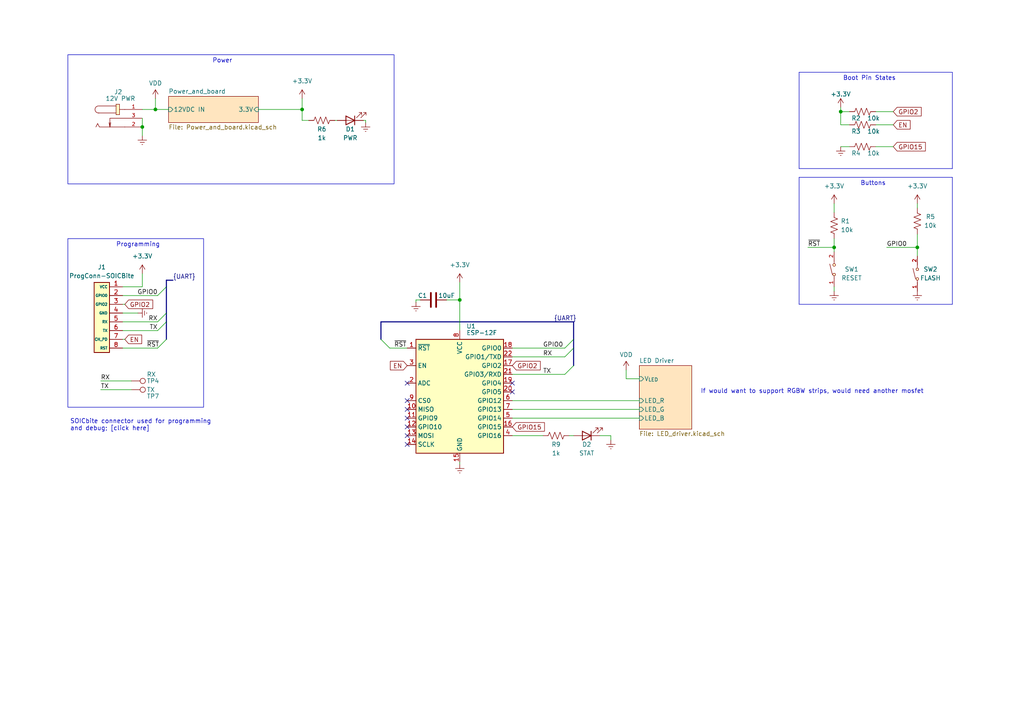
<source format=kicad_sch>
(kicad_sch (version 20230121) (generator eeschema)
  (paper "A4")
  (title_block (title "LED Strip Driver for 12V 5050 Strips") (date "2023-11-25") (rev "v1.0") (comment 1 "jacobbokor.com"))
  (lib_symbols
    (symbol "C5117870_lib:GT-TC060A-H025-L1" (pin_names hide)
      (property "Reference" "U" (at 0 1.27 0))
      (property "Value" "GT-TC060A-H025-L1" (at 0 -2.54 0))
      (symbol "GT-TC060A-H025-L1_0_1"
        (circle (center -1.524 0) (radius 0.381) (fill (type background)))
        (polyline (pts (xy -2.032 0) (xy -2.54 0)))
        (polyline (pts (xy -1.524 0.508) (xy 1.524 1.27)))
        (polyline (pts (xy 1.778 0) (xy 2.54 0)))
        (circle (center 1.27 0) (radius 0.381) (fill (type background)))
        (pin unspecified line (at -5.08 0 0) (length 2.54) (name "1") (number "1"))
        (pin unspecified line (at 5.08 0 180) (length 2.54) (name "2") (number "2"))
      )
    )
    (symbol "Connector:TestPoint" (pin_numbers hide) (pin_names (offset 0.762) hide)
      (property "Reference" "TP" (at 0 6.858 0))
      (property "Value" "TestPoint" (at 0 5.08 0))
      (symbol "TestPoint_0_1"
        (circle (center 0 3.302) (radius 0.762))
      )
      (symbol "TestPoint_1_1"
        (pin passive line (at 0 0 90) (length 2.54) (name "1") (number "1"))
      )
    )
    (symbol "Device:C" (pin_numbers hide) (pin_names (offset 0.254))
      (property "Reference" "C" (at 0.635 2.54 0))
      (property "Value" "C" (at 0.635 -2.54 0))
      (symbol "C_0_1"
        (polyline (pts (xy -2.032 -0.762) (xy 2.032 -0.762)) (stroke (width 0.508)))
        (polyline (pts (xy -2.032 0.762) (xy 2.032 0.762)) (stroke (width 0.508)))
      )
      (symbol "C_1_1"
        (pin passive line (at 0 3.81 270) (length 2.794) (name "~") (number "1"))
        (pin passive line (at 0 -3.81 90) (length 2.794) (name "~") (number "2"))
      )
    )
    (symbol "Device:LED" (pin_numbers hide) (pin_names (offset 1.016) hide)
      (property "Reference" "D" (at 0 2.54 0))
      (property "Value" "LED" (at 0 -2.54 0))
      (symbol "LED_0_1"
        (polyline (pts (xy -1.27 -1.27) (xy -1.27 1.27)) (stroke (width 0.254)))
        (polyline (pts (xy -1.27 0) (xy 1.27 0)))
        (polyline (pts (xy 1.27 -1.27) (xy 1.27 1.27) (xy -1.27 0) (xy 1.27 -1.27)) (stroke (width 0.254)))
        (polyline (pts (xy -3.048 -0.762) (xy -4.572 -2.286) (xy -3.81 -2.286) (xy -4.572 -2.286) (xy -4.572 -1.524)))
        (polyline (pts (xy -1.778 -0.762) (xy -3.302 -2.286) (xy -2.54 -2.286) (xy -3.302 -2.286) (xy -3.302 -1.524)))
      )
      (symbol "LED_1_1"
        (pin passive line (at -3.81 0 0) (length 2.54) (name "K") (number "1"))
        (pin passive line (at 3.81 0 180) (length 2.54) (name "A") (number "2"))
      )
    )
    (symbol "Device:R_US" (pin_numbers hide) (pin_names (offset 0))
      (property "Reference" "R" (at 2.54 0 90))
      (property "Value" "R_US" (at -2.54 0 90))
      (symbol "R_US_0_1"
        (polyline (pts (xy 0 -2.286) (xy 0 -2.54)))
        (polyline (pts (xy 0 2.286) (xy 0 2.54)))
        (polyline (pts (xy 0 -0.762) (xy 1.016 -1.143) (xy 0 -1.524) (xy -1.016 -1.905) (xy 0 -2.286)))
        (polyline (pts (xy 0 0.762) (xy 1.016 0.381) (xy 0 0) (xy -1.016 -0.381) (xy 0 -0.762)))
        (polyline (pts (xy 0 2.286) (xy 1.016 1.905) (xy 0 1.524) (xy -1.016 1.143) (xy 0 0.762)))
      )
      (symbol "R_US_1_1"
        (pin passive line (at 0 3.81 270) (length 1.27) (name "~") (number "1"))
        (pin passive line (at 0 -3.81 90) (length 1.27) (name "~") (number "2"))
      )
    )
    (symbol "RF_Module:ESP-12F"
      (property "Reference" "U" (at -12.7 19.05 0))
      (property "Value" "ESP-12F" (at 12.7 19.05 0))
      (symbol "ESP-12F_0_1"
        (rectangle (start -12.7 17.78) (end 12.7 -15.24) (stroke (width 0.254)) (fill (type background)))
      )
      (symbol "ESP-12F_1_1"
        (pin input line (at -15.24 15.24 0) (length 2.54) (name "~{RST}") (number "1"))
        (pin bidirectional line (at -15.24 -2.54 0) (length 2.54) (name "MISO") (number "10"))
        (pin bidirectional line (at -15.24 -5.08 0) (length 2.54) (name "GPIO9") (number "11"))
        (pin bidirectional line (at -15.24 -7.62 0) (length 2.54) (name "GPIO10") (number "12"))
        (pin bidirectional line (at -15.24 -10.16 0) (length 2.54) (name "MOSI") (number "13"))
        (pin bidirectional line (at -15.24 -12.7 0) (length 2.54) (name "SCLK") (number "14"))
        (pin power_in line (at 0 -17.78 90) (length 2.54) (name "GND") (number "15"))
        (pin bidirectional line (at 15.24 -7.62 180) (length 2.54) (name "GPIO15") (number "16"))
        (pin bidirectional line (at 15.24 10.16 180) (length 2.54) (name "GPIO2") (number "17"))
        (pin bidirectional line (at 15.24 15.24 180) (length 2.54) (name "GPIO0") (number "18"))
        (pin bidirectional line (at 15.24 5.08 180) (length 2.54) (name "GPIO4") (number "19"))
        (pin input line (at -15.24 5.08 0) (length 2.54) (name "ADC") (number "2"))
        (pin bidirectional line (at 15.24 2.54 180) (length 2.54) (name "GPIO5") (number "20"))
        (pin bidirectional line (at 15.24 7.62 180) (length 2.54) (name "GPIO3/RXD") (number "21"))
        (pin bidirectional line (at 15.24 12.7 180) (length 2.54) (name "GPIO1/TXD") (number "22"))
        (pin input line (at -15.24 10.16 0) (length 2.54) (name "EN") (number "3"))
        (pin bidirectional line (at 15.24 -10.16 180) (length 2.54) (name "GPIO16") (number "4"))
        (pin bidirectional line (at 15.24 -5.08 180) (length 2.54) (name "GPIO14") (number "5"))
        (pin bidirectional line (at 15.24 0 180) (length 2.54) (name "GPIO12") (number "6"))
        (pin bidirectional line (at 15.24 -2.54 180) (length 2.54) (name "GPIO13") (number "7"))
        (pin power_in line (at 0 20.32 270) (length 2.54) (name "VCC") (number "8"))
        (pin input line (at -15.24 0 0) (length 2.54) (name "CS0") (number "9"))
      )
    )
    (symbol "dc_jack_lib:DC-470-2_1GP" (pin_names hide)
      (property "Reference" "J2" (at -1.905 9.525 0))
      (property "Value" "DC-470-2_1GP" (at -1.27 6.985 0))
      (symbol "DC-470-2_1GP_0_1"
        (arc (start -5.1879 3.5502) (mid -6.0901 2.4322) (end -4.9723 1.5297))
        (polyline (pts (xy -1.778 -2.54) (xy -1.524 -1.27)))
        (polyline (pts (xy 0 1.524) (xy -5.08 1.524)))
        (polyline (pts (xy 0 3.556) (xy -5.08 3.556)))
        (polyline (pts (xy 2.54 2.54) (xy 1.016 2.54)))
        (polyline (pts (xy 2.54 -2.54) (xy -4.826 -2.54) (xy -5.334 -1.524) (xy -5.842 -2.54)))
        (polyline (pts (xy 2.54 0) (xy -1.778 0) (xy -1.778 -2.54) (xy -2.032 -1.27)))
        (rectangle (start 0 4.064) (end 1.016 1.016) (fill (type background)))
        (pin unspecified line (at 7.62 2.54 180) (length 5.08) (name "1") (number "1"))
        (pin unspecified line (at 7.62 -2.54 180) (length 5.08) (name "2") (number "2"))
        (pin unspecified line (at 7.62 0 180) (length 5.08) (name "3") (number "3"))
      )
    )
    (symbol "jmux-kicadlib:SOICbite-ESP8266" (in_bom no)
      (property "Reference" "J" (at -8.255 -1.905 0))
      (property "Value" "ProgConn-SOICBite" (at -7.62 0.635 0))
      (symbol "SOICbite-ESP8266_1_1"
        (rectangle (start -10.795 22.86) (end -6.35 2.54) (stroke (width 0.254)) (fill (type background)))
        (pin passive line (at -2.54 21.59 180) (length 3.81) (name "VCC") (number "1"))
        (pin passive line (at -2.54 19.05 180) (length 3.81) (name "GPIO0") (number "2"))
        (pin passive line (at -2.54 16.51 180) (length 3.81) (name "GPIO2") (number "3"))
        (pin passive line (at -2.54 13.97 180) (length 3.81) (name "GND") (number "4"))
        (pin passive line (at -2.54 11.43 180) (length 3.81) (name "RX") (number "5"))
        (pin passive line (at -2.54 8.89 180) (length 3.81) (name "TX") (number "6"))
        (pin passive line (at -2.54 6.35 180) (length 3.81) (name "CH_PD") (number "7"))
        (pin passive line (at -2.54 3.81 180) (length 3.81) (name "RST") (number "8"))
      )
    )
    (symbol "power:+3.3V" (power) (pin_names (offset 0))
      (property "Value" "+3.3V" (at 0 3.556 0))
      (symbol "+3.3V_0_1"
        (polyline (pts (xy -0.762 1.27) (xy 0 2.54)))
        (polyline (pts (xy 0 0) (xy 0 2.54)))
        (polyline (pts (xy 0 2.54) (xy 0.762 1.27)))
      )
      (symbol "+3.3V_1_1"
        (pin power_in line (at 0 0 90) (length 0) hide (name "+3.3V") (number "1"))
      )
    )
    (symbol "power:Earth" (power) (pin_names (offset 0))
      (symbol "Earth_0_1"
        (polyline (pts (xy -0.635 -1.905) (xy 0.635 -1.905)))
        (polyline (pts (xy -0.127 -2.54) (xy 0.127 -2.54)))
        (polyline (pts (xy 0 -1.27) (xy 0 0)))
        (polyline (pts (xy 1.27 -1.27) (xy -1.27 -1.27)))
      )
      (symbol "Earth_1_1"
        (pin power_in line (at 0 0 270) (length 0) hide (name "Earth") (number "1"))
      )
    )
    (symbol "power:VDD" (power) (pin_names (offset 0))
      (property "Value" "VDD" (at 0 3.81 0))
      (symbol "VDD_0_1"
        (polyline (pts (xy -0.762 1.27) (xy 0 2.54)))
        (polyline (pts (xy 0 0) (xy 0 2.54)))
        (polyline (pts (xy 0 2.54) (xy 0.762 1.27)))
      )
      (symbol "VDD_1_1"
        (pin power_in line (at 0 0 90) (length 0) hide (name "VDD") (number "1"))
      )
    )
  )
  (junction (at 45.085 31.75))
  (junction (at 133.35 86.995))
  (junction (at 266.065 71.755))
  (junction (at 87.63 31.75))
  (junction (at 41.275 36.83))
  (junction (at 243.84 32.385))
  (junction (at 241.935 71.755))
  (no_connect (at 118.11 111.125))
  (no_connect (at 118.11 118.745))
  (no_connect (at 118.11 121.285))
  (no_connect (at 118.11 116.205))
  (no_connect (at 118.11 123.825))
  (no_connect (at 118.11 128.905))
  (no_connect (at 148.59 111.125))
  (no_connect (at 118.11 126.365))
  (no_connect (at 148.59 113.665))
  (bus_entry (at 163.83 100.965) (size 2.54 -2.54))
  (bus_entry (at 163.83 108.585) (size 2.54 -2.54))
  (bus_entry (at 113.03 100.965) (size -2.54 -2.54))
  (bus_entry (at 45.72 93.345) (size 2.54 -2.54))
  (bus_entry (at 45.72 95.885) (size 2.54 -2.54))
  (bus_entry (at 163.83 103.505) (size 2.54 -2.54))
  (bus_entry (at 45.72 85.725) (size 2.54 -2.54))
  (bus_entry (at 45.72 100.965) (size 2.54 -2.54))
  (wire (pts (xy 129.54 86.995) (xy 133.35 86.995)))
  (wire (pts (xy 148.59 108.585) (xy 163.83 108.585)))
  (wire (pts (xy 241.935 83.185) (xy 241.935 84.455)))
  (wire (pts (xy 45.085 31.75) (xy 48.895 31.75)))
  (wire (pts (xy 133.35 86.995) (xy 133.35 95.885)))
  (wire (pts (xy 120.65 86.995) (xy 120.65 87.63)))
  (bus (pts (xy 48.26 83.185) (xy 48.26 90.805)))
  (wire (pts (xy 243.84 32.385) (xy 246.38 32.385)))
  (wire (pts (xy 254 32.385) (xy 259.08 32.385)))
  (bus (pts (xy 110.49 93.345) (xy 166.37 93.345)))
  (bus (pts (xy 48.26 93.345) (xy 48.26 98.425)))
  (polyline (pts (xy 276.225 48.895) (xy 276.225 20.955)))
  (wire (pts (xy 181.61 109.855) (xy 185.42 109.855)))
  (wire (pts (xy 87.63 34.925) (xy 89.535 34.925)))
  (bus (pts (xy 110.49 98.425) (xy 110.49 93.345)))
  (wire (pts (xy 257.175 71.755) (xy 266.065 71.755)))
  (wire (pts (xy 234.315 71.755) (xy 241.935 71.755)))
  (wire (pts (xy 266.065 67.945) (xy 266.065 71.755)))
  (wire (pts (xy 35.56 100.965) (xy 45.72 100.965)))
  (wire (pts (xy 148.59 116.205) (xy 185.42 116.205)))
  (wire (pts (xy 29.21 113.03) (xy 38.1 113.03)))
  (wire (pts (xy 41.275 31.75) (xy 45.085 31.75)))
  (wire (pts (xy 241.935 71.755) (xy 241.935 73.025)))
  (wire (pts (xy 254 36.195) (xy 259.08 36.195)))
  (wire (pts (xy 241.935 59.055) (xy 241.935 61.595)))
  (wire (pts (xy 181.61 107.315) (xy 181.61 109.855)))
  (polyline (pts (xy 231.775 51.435) (xy 276.225 51.435)))
  (wire (pts (xy 35.56 93.345) (xy 45.72 93.345)))
  (polyline (pts (xy 276.225 88.265) (xy 276.225 51.435)))
  (wire (pts (xy 41.275 83.185) (xy 35.56 83.185)))
  (wire (pts (xy 177.165 126.365) (xy 173.99 126.365)))
  (wire (pts (xy 41.275 34.29) (xy 41.275 36.83)))
  (wire (pts (xy 148.59 118.745) (xy 185.42 118.745)))
  (wire (pts (xy 87.63 31.75) (xy 87.63 34.925)))
  (wire (pts (xy 243.84 32.385) (xy 243.84 36.195)))
  (wire (pts (xy 74.93 31.75) (xy 87.63 31.75)))
  (wire (pts (xy 177.165 127.635) (xy 177.165 126.365)))
  (bus (pts (xy 48.26 81.28) (xy 48.26 83.185)))
  (wire (pts (xy 148.59 126.365) (xy 157.48 126.365)))
  (wire (pts (xy 41.275 36.83) (xy 41.275 39.37)))
  (wire (pts (xy 266.065 71.755) (xy 266.065 74.295)))
  (wire (pts (xy 35.56 98.425) (xy 36.195 98.425)))
  (bus (pts (xy 166.37 93.345) (xy 166.37 98.425)))
  (wire (pts (xy 148.59 103.505) (xy 163.83 103.505)))
  (bus (pts (xy 48.26 81.28) (xy 50.165 81.28)))
  (wire (pts (xy 35.56 88.265) (xy 36.195 88.265)))
  (polyline (pts (xy 231.775 88.265) (xy 276.225 88.265)))
  (wire (pts (xy 148.59 100.965) (xy 163.83 100.965)))
  (wire (pts (xy 241.935 69.215) (xy 241.935 71.755)))
  (bus (pts (xy 166.37 100.965) (xy 166.37 106.045)))
  (wire (pts (xy 266.065 60.325) (xy 266.065 59.055)))
  (polyline (pts (xy 231.775 51.435) (xy 231.775 88.265)))
  (wire (pts (xy 148.59 121.285) (xy 185.42 121.285)))
  (wire (pts (xy 165.1 126.365) (xy 166.37 126.365)))
  (polyline (pts (xy 231.775 48.895) (xy 276.225 48.895)))
  (wire (pts (xy 97.155 34.925) (xy 97.79 34.925)))
  (wire (pts (xy 243.84 31.115) (xy 243.84 32.385)))
  (wire (pts (xy 35.56 90.805) (xy 40.005 90.805)))
  (wire (pts (xy 254 42.545) (xy 259.08 42.545)))
  (wire (pts (xy 133.35 134.62) (xy 133.35 133.985)))
  (wire (pts (xy 120.65 86.995) (xy 121.92 86.995)))
  (polyline (pts (xy 231.775 20.955) (xy 231.775 48.895)))
  (wire (pts (xy 133.35 81.915) (xy 133.35 86.995)))
  (wire (pts (xy 29.21 110.49) (xy 38.1 110.49)))
  (wire (pts (xy 35.56 95.885) (xy 45.72 95.885)))
  (wire (pts (xy 243.84 36.195) (xy 246.38 36.195)))
  (wire (pts (xy 243.84 42.545) (xy 246.38 42.545)))
  (wire (pts (xy 45.085 28.575) (xy 45.085 31.75)))
  (bus (pts (xy 48.26 90.805) (xy 48.26 93.345)))
  (wire (pts (xy 35.56 85.725) (xy 45.72 85.725)))
  (polyline (pts (xy 276.225 20.955) (xy 231.775 20.955)))
  (bus (pts (xy 166.37 100.965) (xy 166.37 98.425)))
  (wire (pts (xy 106.045 34.925) (xy 105.41 34.925)))
  (wire (pts (xy 118.11 100.965) (xy 113.03 100.965)))
  (wire (pts (xy 41.275 79.375) (xy 41.275 83.185)))
  (wire (pts (xy 87.63 28.575) (xy 87.63 31.75)))
  (wire (pts (xy 106.045 34.925) (xy 106.045 35.56)))
  (rectangle (start 19.685 15.875) (end 114.3 53.34))
  (rectangle (start 19.685 69.215) (end 59.055 118.11))
  (text "If would want to support RGBW strips, would need another mosfet" (at 203.2 114.3 0) (effects (font (size 1.27 1.27)) (justify left bottom)))
  (text "Buttons\n" (at 249.555 53.975 0) (effects (font (size 1.27 1.27)) (justify left bottom)))
  (text "Programming" (at 33.655 71.755 0) (effects (font (size 1.27 1.27)) (justify left bottom)))
  (text "Power" (at 61.595 18.415 0) (effects (font (size 1.27 1.27)) (justify left bottom)))
  (text "SOICbite connector used for programming \nand debug; [click here]" (at 20.32 125.095 0) (effects (font (size 1.27 1.27)) (justify left bottom)))
  (text "Boot Pin States" (at 244.475 23.495 0) (effects (font (size 1.27 1.27)) (justify left bottom)))
  (label "GPIO0" (at 45.72 85.725 180))
  (label "TX" (at 157.48 108.585 0))
  (label "RX" (at 29.21 110.49 0))
  (label "GPIO0" (at 257.175 71.755 0))
  (label "RX" (at 157.48 103.505 0))
  (label "RX" (at 45.72 93.345 180))
  (label "~{RST}" (at 42.545 100.965 0))
  (label "{UART}" (at 50.165 81.28 0))
  (label "TX" (at 45.72 95.885 180))
  (label "{UART}" (at 160.655 93.345 0))
  (label "~{RST}" (at 114.3 100.965 0))
  (label "TX" (at 29.21 113.03 0))
  (label "~{RST}" (at 234.315 71.755 0))
  (label "GPIO0" (at 157.48 100.965 0))
  (global_label "GPIO2" (shape input) (at 148.59 106.045 0) (property "Intersheetrefs" "${INTERSHEET_REFS}" (effects hide)))
  (global_label "GPIO2" (shape input) (at 36.195 88.265 0) (property "Intersheetrefs" "${INTERSHEET_REFS}" (effects hide)))
  (global_label "GPIO15" (shape input) (at 259.08 42.545 0) (property "Intersheetrefs" "${INTERSHEET_REFS}" (effects hide)))
  (global_label "GPIO15" (shape input) (at 148.59 123.825 0) (property "Intersheetrefs" "${INTERSHEET_REFS}" (effects hide)))
  (global_label "EN" (shape input) (at 118.11 106.045 180) (property "Intersheetrefs" "${INTERSHEET_REFS}" (effects hide)))
  (global_label "GPIO2" (shape input) (at 259.08 32.385 0) (property "Intersheetrefs" "${INTERSHEET_REFS}" (effects hide)))
  (global_label "EN" (shape input) (at 259.08 36.195 0) (property "Intersheetrefs" "${INTERSHEET_REFS}" (effects hide)))
  (global_label "EN" (shape input) (at 36.195 98.425 0) (property "Intersheetrefs" "${INTERSHEET_REFS}" (effects hide)))
  (symbol (lib_id "Connector:TestPoint") (at 38.1 113.03 270) (unit 1) (in_bom no)
    (property "Reference" "TP7" (at 42.545 114.935 90) (effects (justify left)))
    (property "Value" "TX" (at 42.545 113.03 90) (effects (justify left)))
    (property "Footprint" "TestPoint:TestPoint_Pad_D2.0mm" (effects hide))
  )
  (symbol (lib_id "power:+3.3V") (at 87.63 28.575 0) (unit 1)
    (property "Reference" "#PWR07" (effects hide))
    (property "Value" "+3.3V" (at 87.63 23.495 0))
  )
  (symbol (lib_id "power:+3.3V") (at 243.84 31.115 0) (unit 1)
    (property "Reference" "#PWR01" (effects hide))
    (property "Value" "+3.3V" (at 243.84 27.305 0))
  )
  (symbol (lib_id "power:Earth") (at 241.935 84.455 0) (unit 1)
    (property "Reference" "#PWR04" (effects hide))
    (property "Value" "Earth" (effects hide))
  )
  (symbol (lib_id "power:+3.3V") (at 266.065 59.055 0) (unit 1)
    (property "Reference" "#PWR05" (effects hide))
    (property "Value" "+3.3V" (at 266.065 53.975 0))
  )
  (symbol (lib_id "power:Earth") (at 40.005 90.805 90) (unit 1)
    (property "Reference" "#PWR010" (effects hide))
    (property "Value" "Earth" (effects hide))
  )
  (symbol (lib_id "power:Earth") (at 41.275 39.37 0) (mirror y) (unit 1)
    (property "Reference" "#PWR014" (effects hide))
    (property "Value" "Earth" (effects hide))
  )
  (symbol (lib_id "Device:LED") (at 170.18 126.365 180) (unit 1)
    (property "Reference" "D2" (at 170.18 128.905 0))
    (property "Value" "STAT" (at 170.18 131.445 0))
    (property "Footprint" "LED_SMD:LED_0805_2012Metric_Pad1.15x1.40mm_HandSolder" (effects hide))
    (property "Vendor" "https://www.lcsc.com/product-detail/Light-Emitting-Diodes-LED_Foshan-NationStar-Optoelectronics-NCD1206B1_C130717.html" (effects hide))
    (property "LCSC" "C84256" (effects hide))
  )
  (symbol (lib_id "power:+3.3V") (at 241.935 59.055 0) (unit 1)
    (property "Reference" "#PWR03" (effects hide))
    (property "Value" "+3.3V" (at 241.935 53.975 0))
  )
  (symbol (lib_id "power:VDD") (at 181.61 107.315 0) (unit 1)
    (property "Reference" "#PWR023" (effects hide))
    (property "Value" "VDD" (at 181.61 102.87 0))
  )
  (symbol (lib_id "power:Earth") (at 266.065 84.455 0) (unit 1)
    (property "Reference" "#PWR06" (effects hide))
    (property "Value" "Earth" (effects hide))
  )
  (symbol (lib_id "power:Earth") (at 243.84 42.545 0) (unit 1)
    (property "Reference" "#PWR02" (effects hide))
    (property "Value" "Earth" (effects hide))
  )
  (symbol (lib_id "power:Earth") (at 133.35 134.62 0) (unit 1)
    (property "Reference" "#PWR019" (effects hide))
    (property "Value" "Earth" (effects hide))
  )
  (symbol (lib_id "power:VDD") (at 45.085 28.575 0) (unit 1)
    (property "Reference" "#PWR022" (effects hide))
    (property "Value" "VDD" (at 45.085 24.13 0))
  )
  (symbol (lib_id "Device:R_US") (at 266.065 64.135 180) (unit 1)
    (property "Reference" "R5" (at 269.875 62.865 0))
    (property "Value" "10k" (at 269.875 65.405 0))
    (property "Footprint" "Resistor_SMD:R_0805_2012Metric_Pad1.20x1.40mm_HandSolder" (effects hide))
    (property "Vendor" "https://www.lcsc.com/product-detail/Chip-Resistor-Surface-Mount_FOJAN-FRQ0805F1002TS_C5159708.html" (effects hide))
    (property "LCSC" "C17414" (effects hide))
  )
  (symbol (lib_id "power:+3.3V") (at 133.35 81.915 0) (unit 1)
    (property "Reference" "#PWR018" (effects hide))
    (property "Value" "+3.3V" (at 133.35 76.835 0))
  )
  (symbol (lib_id "dc_jack_lib:DC-470-2_1GP") (at 33.655 34.29 0) (unit 1)
    (property "Reference" "J2" (at 34.29 26.67 0))
    (property "Value" "12V PWR" (at 34.925 28.575 0))
    (property "Footprint" "Connector_BarrelJack:BarrelJack_GCT_DCJ200-10-A_Horizontal" (effects hide))
    (property "Datasheet" "https://so.szlcsc.com/global.html?c=&k=C194407" (effects hide))
    (property "LCSC" "C194407" (effects hide))
    (property "Vendor" "https://www.lcsc.com/product-detail/AC-span-style-background-color-ff0-DC-span-span-style-background-color-ff0-Power-span-Connectors_GANGYUAN-DC-470-2-1GP_C194407.html" (effects hide))
  )
  (symbol (lib_id "C5117870_lib:GT-TC060A-H025-L1") (at 241.935 78.105 90) (unit 1)
    (property "Reference" "SW1" (at 247.015 78.105 90))
    (property "Value" "RESET" (at 247.015 80.645 90))
    (property "Footprint" "Button_Switch_SMD:SW_SPST_TL3342" (effects hide))
    (property "LCSC" "C318884" (effects hide))
    (property "Vendor" "https://www.lcsc.com/product-detail/Tactile-Switches_G-Switch-GT-TC060A-H025-L1_C5117870.html" (effects hide))
  )
  (symbol (lib_id "power:Earth") (at 120.65 87.63 0) (unit 1)
    (property "Reference" "#PWR017" (effects hide))
    (property "Value" "Earth" (effects hide))
  )
  (symbol (lib_id "power:Earth") (at 177.165 127.635 0) (mirror y) (unit 1)
    (property "Reference" "#PWR021" (effects hide))
    (property "Value" "Earth" (effects hide))
  )
  (symbol (lib_id "Device:R_US") (at 250.19 32.385 90) (unit 1)
    (property "Reference" "R2" (at 248.285 34.29 90))
    (property "Value" "10k" (at 253.365 34.29 90))
    (property "Footprint" "Resistor_SMD:R_0805_2012Metric_Pad1.20x1.40mm_HandSolder" (effects hide))
    (property "Vendor" "https://www.lcsc.com/product-detail/Chip-Resistor-Surface-Mount_FOJAN-FRQ0805F1002TS_C5159708.html" (effects hide))
    (property "LCSC" "C17414" (effects hide))
  )
  (symbol (lib_id "Device:R_US") (at 250.19 36.195 90) (unit 1)
    (property "Reference" "R3" (at 248.285 38.1 90))
    (property "Value" "10k" (at 253.365 38.1 90))
    (property "Footprint" "Resistor_SMD:R_0805_2012Metric_Pad1.20x1.40mm_HandSolder" (effects hide))
    (property "Vendor" "https://www.lcsc.com/product-detail/Chip-Resistor-Surface-Mount_FOJAN-FRQ0805F1002TS_C5159708.html" (effects hide))
    (property "LCSC" "C17414" (effects hide))
  )
  (symbol (lib_id "power:+3.3V") (at 41.275 79.375 0) (unit 1)
    (property "Reference" "#PWR09" (effects hide))
    (property "Value" "+3.3V" (at 41.275 74.295 0))
  )
  (symbol (lib_id "C5117870_lib:GT-TC060A-H025-L1") (at 266.065 79.375 90) (unit 1)
    (property "Reference" "SW2" (at 269.875 78.105 90))
    (property "Value" "FLASH" (at 269.875 80.645 90))
    (property "Footprint" "Button_Switch_SMD:SW_SPST_TL3342" (effects hide))
    (property "LCSC" "C318884" (effects hide))
    (property "Vendor" "https://www.lcsc.com/product-detail/Tactile-Switches_G-Switch-GT-TC060A-H025-L1_C5117870.html" (effects hide))
  )
  (symbol (lib_id "Device:R_US") (at 161.29 126.365 270) (unit 1)
    (property "Reference" "R9" (at 161.29 128.905 90))
    (property "Value" "1k" (at 161.29 131.445 90))
    (property "Footprint" "Resistor_SMD:R_0805_2012Metric_Pad1.20x1.40mm_HandSolder" (effects hide))
  )
  (symbol (lib_id "Device:R_US") (at 241.935 65.405 0) (unit 1)
    (property "Reference" "R1" (at 243.84 64.1349 0) (effects (justify left)))
    (property "Value" "10k" (at 243.84 66.6749 0) (effects (justify left)))
    (property "Footprint" "Resistor_SMD:R_0805_2012Metric_Pad1.20x1.40mm_HandSolder" (effects hide))
    (property "Vendor" "https://www.lcsc.com/product-detail/Chip-Resistor-Surface-Mount_FOJAN-FRQ0805F1002TS_C5159708.html" (effects hide))
    (property "LCSC" "C17414" (effects hide))
  )
  (symbol (lib_id "power:Earth") (at 106.045 35.56 0) (mirror y) (unit 1)
    (property "Reference" "#PWR08" (effects hide))
    (property "Value" "Earth" (effects hide))
  )
  (symbol (lib_id "RF_Module:ESP-12F") (at 133.35 116.205 0) (unit 1)
    (property "Reference" "U1" (at 135.255 94.615 0) (effects (justify left)))
    (property "Value" "ESP-12F" (at 135.255 96.52 0) (effects (justify left)))
    (property "Footprint" "RF_Module:ESP-12E" (effects hide))
    (property "Datasheet" "http://wiki.ai-thinker.com/_media/esp8266/esp8266_series_modules_user_manual_v1.1.pdf" (effects hide))
  )
  (symbol (lib_id "Connector:TestPoint") (at 38.1 110.49 270) (unit 1) (in_bom no)
    (property "Reference" "TP4" (at 42.545 110.49 90) (effects (justify left)))
    (property "Value" "RX" (at 42.545 108.585 90) (effects (justify left)))
    (property "Footprint" "TestPoint:TestPoint_Pad_D2.0mm" (effects hide))
  )
  (symbol (lib_id "Device:R_US") (at 250.19 42.545 90) (unit 1)
    (property "Reference" "R4" (at 248.285 44.45 90))
    (property "Value" "10k" (at 253.365 44.45 90))
    (property "Footprint" "Resistor_SMD:R_0805_2012Metric_Pad1.20x1.40mm_HandSolder" (effects hide))
    (property "Vendor" "https://www.lcsc.com/product-detail/Chip-Resistor-Surface-Mount_FOJAN-FRQ0805F1002TS_C5159708.html" (effects hide))
    (property "LCSC" "C17414" (effects hide))
  )
  (symbol (lib_id "Device:LED") (at 101.6 34.925 180) (unit 1)
    (property "Reference" "D1" (at 101.6 37.465 0))
    (property "Value" "PWR" (at 101.6 40.005 0))
    (property "Footprint" "LED_SMD:LED_0805_2012Metric_Pad1.15x1.40mm_HandSolder" (effects hide))
    (property "Vendor" "https://www.lcsc.com/product-detail/Light-Emitting-Diodes-LED_Foshan-NationStar-Optoelectronics-NCD1206B1_C130717.html" (effects hide))
    (property "LCSC" "C84256" (effects hide))
  )
  (symbol (lib_id "Device:C") (at 125.73 86.995 270) (unit 1)
    (property "Reference" "C1" (at 122.555 85.725 90))
    (property "Value" "10uF" (at 129.54 85.725 90))
    (property "Footprint" "Capacitor_SMD:C_0805_2012Metric_Pad1.18x1.45mm_HandSolder" (effects hide))
    (property "Vendor" "https://www.lcsc.com/product-detail/Multilayer-Ceramic-Capacitors-MLCC-SMD-SMT_Murata-Electronics-GRM21BR61C106KE15L_C77075.html" (effects hide))
    (property "LCSC" "C15850" (effects hide))
  )
  (symbol (lib_id "Device:R_US") (at 93.345 34.925 270) (unit 1)
    (property "Reference" "R6" (at 93.345 37.465 90))
    (property "Value" "1k" (at 93.345 40.005 90))
    (property "Footprint" "Resistor_SMD:R_0805_2012Metric_Pad1.20x1.40mm_HandSolder" (effects hide))
  )
  (symbol (lib_id "jmux-kicadlib:SOICbite-ESP8266") (at 38.1 104.775 0) (unit 1) (in_bom no)
    (property "Reference" "J1" (at 29.5275 77.47 0))
    (property "Value" "ProgConn-SOICBite" (at 29.5275 80.01 0))
    (property "Footprint" "jmux-footprints:SOIC_clipProgESP8266" (effects hide))
  )
  (sheet (at 185.42 106.045) (size 15.24 18.415) (stroke (width 0.1524)) (fill (color 255 229 191 1.0000))
    (property "Sheetname" "LED Driver" (at 185.42 105.3334 0) (effects (justify left bottom)))
    (property "Sheetfile" "LED_driver.kicad_sch" (at 185.42 125.0446 0) (effects (justify left top)))
    (pin "LED_B" input (at 185.42 121.285 180))
    (pin "LED_R" input (at 185.42 116.205 180))
    (pin "LED_G" input (at 185.42 118.745 180))
    (pin "V_{LED}" input (at 185.42 109.855 180))
  )
  (sheet (at 48.895 27.94) (size 26.035 7.62) (stroke (width 0.1524)) (fill (color 255 229 191 1.0000))
    (property "Sheetname" "Power_and_board" (at 48.895 27.2284 0) (effects (justify left bottom)))
    (property "Sheetfile" "Power_and_board.kicad_sch" (at 48.895 36.1446 0) (effects (justify left top)))
    (pin "12VDC IN" input (at 48.895 31.75 180))
    (pin "3.3V" input (at 74.93 31.75 0))
  )
)
</source>
